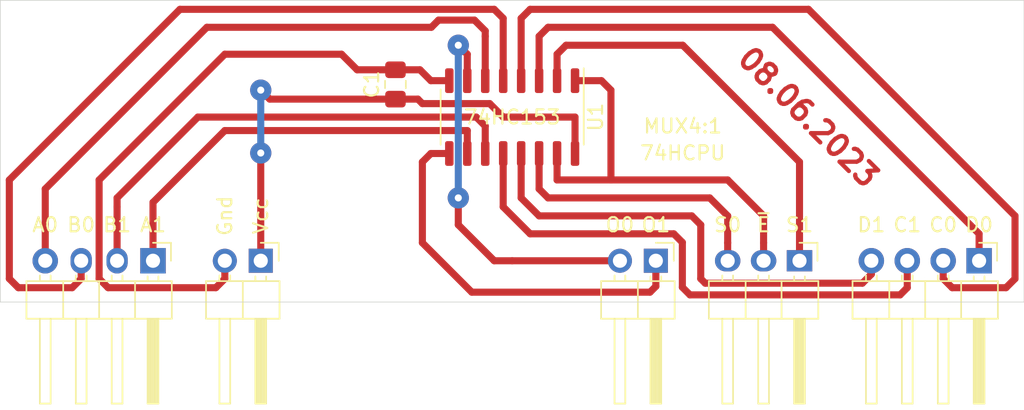
<source format=kicad_pcb>
(kicad_pcb (version 20171130) (host pcbnew "(5.1.8)-1")

  (general
    (thickness 1.6)
    (drawings 23)
    (tracks 122)
    (zones 0)
    (modules 7)
    (nets 16)
  )

  (page A4 portrait)
  (layers
    (0 F.Cu signal)
    (31 B.Cu signal)
    (32 B.Adhes user)
    (33 F.Adhes user)
    (34 B.Paste user)
    (35 F.Paste user)
    (36 B.SilkS user)
    (37 F.SilkS user)
    (38 B.Mask user)
    (39 F.Mask user)
    (40 Dwgs.User user)
    (41 Cmts.User user)
    (42 Eco1.User user)
    (43 Eco2.User user)
    (44 Edge.Cuts user)
    (45 Margin user)
    (46 B.CrtYd user)
    (47 F.CrtYd user)
    (48 B.Fab user)
    (49 F.Fab user)
  )

  (setup
    (last_trace_width 0.25)
    (user_trace_width 0.5)
    (user_trace_width 0.6)
    (user_trace_width 0.8)
    (trace_clearance 0.2)
    (zone_clearance 0.508)
    (zone_45_only no)
    (trace_min 0.2)
    (via_size 0.8)
    (via_drill 0.4)
    (via_min_size 0.4)
    (via_min_drill 0.3)
    (user_via 1.5 0.5)
    (uvia_size 0.3)
    (uvia_drill 0.1)
    (uvias_allowed no)
    (uvia_min_size 0.2)
    (uvia_min_drill 0.1)
    (edge_width 0.05)
    (segment_width 0.2)
    (pcb_text_width 0.3)
    (pcb_text_size 1.5 1.5)
    (mod_edge_width 0.12)
    (mod_text_size 1 1)
    (mod_text_width 0.15)
    (pad_size 1.8 1.8)
    (pad_drill 1)
    (pad_to_mask_clearance 0)
    (aux_axis_origin 0 0)
    (visible_elements 7FFFFFFF)
    (pcbplotparams
      (layerselection 0x010fc_ffffffff)
      (usegerberextensions false)
      (usegerberattributes true)
      (usegerberadvancedattributes true)
      (creategerberjobfile true)
      (excludeedgelayer true)
      (linewidth 0.100000)
      (plotframeref false)
      (viasonmask false)
      (mode 1)
      (useauxorigin false)
      (hpglpennumber 1)
      (hpglpenspeed 20)
      (hpglpendiameter 15.000000)
      (psnegative false)
      (psa4output false)
      (plotreference true)
      (plotvalue true)
      (plotinvisibletext false)
      (padsonsilk false)
      (subtractmaskfromsilk false)
      (outputformat 1)
      (mirror false)
      (drillshape 1)
      (scaleselection 1)
      (outputdirectory ""))
  )

  (net 0 "")
  (net 1 VCC)
  (net 2 GND)
  (net 3 /A1)
  (net 4 /B1)
  (net 5 /B0)
  (net 6 /A0)
  (net 7 /D1)
  (net 8 /C1)
  (net 9 /C0)
  (net 10 /D0)
  (net 11 /~E)
  (net 12 /S0)
  (net 13 /S1)
  (net 14 /O0)
  (net 15 /O1)

  (net_class Default "This is the default net class."
    (clearance 0.2)
    (trace_width 0.25)
    (via_dia 0.8)
    (via_drill 0.4)
    (uvia_dia 0.3)
    (uvia_drill 0.1)
    (add_net /A0)
    (add_net /A1)
    (add_net /B0)
    (add_net /B1)
    (add_net /C0)
    (add_net /C1)
    (add_net /D0)
    (add_net /D1)
    (add_net /O0)
    (add_net /O1)
    (add_net /S0)
    (add_net /S1)
    (add_net /~E)
    (add_net GND)
    (add_net VCC)
  )

  (module Connector_PinHeader_2.54mm:PinHeader_1x02_P2.54mm_Horizontal (layer F.Cu) (tedit 59FED5CB) (tstamp 648217EF)
    (at 114.3 63.5 270)
    (descr "Through hole angled pin header, 1x02, 2.54mm pitch, 6mm pin length, single row")
    (tags "Through hole angled pin header THT 1x02 2.54mm single row")
    (path /6482D8C1)
    (fp_text reference J5 (at 1.905 -2.54 90) (layer F.SilkS) hide
      (effects (font (size 1 1) (thickness 0.15)))
    )
    (fp_text value Conn_01x02_Male (at 1.905 2.54 180) (layer F.Fab)
      (effects (font (size 1 1) (thickness 0.15)))
    )
    (fp_line (start 2.135 -1.27) (end 4.04 -1.27) (layer F.Fab) (width 0.1))
    (fp_line (start 4.04 -1.27) (end 4.04 3.81) (layer F.Fab) (width 0.1))
    (fp_line (start 4.04 3.81) (end 1.5 3.81) (layer F.Fab) (width 0.1))
    (fp_line (start 1.5 3.81) (end 1.5 -0.635) (layer F.Fab) (width 0.1))
    (fp_line (start 1.5 -0.635) (end 2.135 -1.27) (layer F.Fab) (width 0.1))
    (fp_line (start -0.32 -0.32) (end 1.5 -0.32) (layer F.Fab) (width 0.1))
    (fp_line (start -0.32 -0.32) (end -0.32 0.32) (layer F.Fab) (width 0.1))
    (fp_line (start -0.32 0.32) (end 1.5 0.32) (layer F.Fab) (width 0.1))
    (fp_line (start 4.04 -0.32) (end 10.04 -0.32) (layer F.Fab) (width 0.1))
    (fp_line (start 10.04 -0.32) (end 10.04 0.32) (layer F.Fab) (width 0.1))
    (fp_line (start 4.04 0.32) (end 10.04 0.32) (layer F.Fab) (width 0.1))
    (fp_line (start -0.32 2.22) (end 1.5 2.22) (layer F.Fab) (width 0.1))
    (fp_line (start -0.32 2.22) (end -0.32 2.86) (layer F.Fab) (width 0.1))
    (fp_line (start -0.32 2.86) (end 1.5 2.86) (layer F.Fab) (width 0.1))
    (fp_line (start 4.04 2.22) (end 10.04 2.22) (layer F.Fab) (width 0.1))
    (fp_line (start 10.04 2.22) (end 10.04 2.86) (layer F.Fab) (width 0.1))
    (fp_line (start 4.04 2.86) (end 10.04 2.86) (layer F.Fab) (width 0.1))
    (fp_line (start 1.44 -1.33) (end 1.44 3.87) (layer F.SilkS) (width 0.12))
    (fp_line (start 1.44 3.87) (end 4.1 3.87) (layer F.SilkS) (width 0.12))
    (fp_line (start 4.1 3.87) (end 4.1 -1.33) (layer F.SilkS) (width 0.12))
    (fp_line (start 4.1 -1.33) (end 1.44 -1.33) (layer F.SilkS) (width 0.12))
    (fp_line (start 4.1 -0.38) (end 10.1 -0.38) (layer F.SilkS) (width 0.12))
    (fp_line (start 10.1 -0.38) (end 10.1 0.38) (layer F.SilkS) (width 0.12))
    (fp_line (start 10.1 0.38) (end 4.1 0.38) (layer F.SilkS) (width 0.12))
    (fp_line (start 4.1 -0.32) (end 10.1 -0.32) (layer F.SilkS) (width 0.12))
    (fp_line (start 4.1 -0.2) (end 10.1 -0.2) (layer F.SilkS) (width 0.12))
    (fp_line (start 4.1 -0.08) (end 10.1 -0.08) (layer F.SilkS) (width 0.12))
    (fp_line (start 4.1 0.04) (end 10.1 0.04) (layer F.SilkS) (width 0.12))
    (fp_line (start 4.1 0.16) (end 10.1 0.16) (layer F.SilkS) (width 0.12))
    (fp_line (start 4.1 0.28) (end 10.1 0.28) (layer F.SilkS) (width 0.12))
    (fp_line (start 1.11 -0.38) (end 1.44 -0.38) (layer F.SilkS) (width 0.12))
    (fp_line (start 1.11 0.38) (end 1.44 0.38) (layer F.SilkS) (width 0.12))
    (fp_line (start 1.44 1.27) (end 4.1 1.27) (layer F.SilkS) (width 0.12))
    (fp_line (start 4.1 2.16) (end 10.1 2.16) (layer F.SilkS) (width 0.12))
    (fp_line (start 10.1 2.16) (end 10.1 2.92) (layer F.SilkS) (width 0.12))
    (fp_line (start 10.1 2.92) (end 4.1 2.92) (layer F.SilkS) (width 0.12))
    (fp_line (start 1.042929 2.16) (end 1.44 2.16) (layer F.SilkS) (width 0.12))
    (fp_line (start 1.042929 2.92) (end 1.44 2.92) (layer F.SilkS) (width 0.12))
    (fp_line (start -1.27 0) (end -1.27 -1.27) (layer F.SilkS) (width 0.12))
    (fp_line (start -1.27 -1.27) (end 0 -1.27) (layer F.SilkS) (width 0.12))
    (fp_line (start -1.8 -1.8) (end -1.8 4.35) (layer F.CrtYd) (width 0.05))
    (fp_line (start -1.8 4.35) (end 10.55 4.35) (layer F.CrtYd) (width 0.05))
    (fp_line (start 10.55 4.35) (end 10.55 -1.8) (layer F.CrtYd) (width 0.05))
    (fp_line (start 10.55 -1.8) (end -1.8 -1.8) (layer F.CrtYd) (width 0.05))
    (fp_text user %R (at 2.77 1.27) (layer F.Fab)
      (effects (font (size 1 1) (thickness 0.15)))
    )
    (pad 2 thru_hole oval (at 0 2.54 270) (size 1.7 1.7) (drill 1) (layers *.Cu *.Mask)
      (net 14 /O0))
    (pad 1 thru_hole rect (at 0 0 270) (size 1.7 1.7) (drill 1) (layers *.Cu *.Mask)
      (net 15 /O1))
    (model ${KISYS3DMOD}/Connector_PinHeader_2.54mm.3dshapes/PinHeader_1x02_P2.54mm_Horizontal.wrl
      (at (xyz 0 0 0))
      (scale (xyz 1 1 1))
      (rotate (xyz 0 0 0))
    )
  )

  (module Capacitor_SMD:C_0805_2012Metric_Pad1.18x1.45mm_HandSolder (layer F.Cu) (tedit 5F68FEEF) (tstamp 6482049E)
    (at 95.885 51.0325 90)
    (descr "Capacitor SMD 0805 (2012 Metric), square (rectangular) end terminal, IPC_7351 nominal with elongated pad for handsoldering. (Body size source: IPC-SM-782 page 76, https://www.pcb-3d.com/wordpress/wp-content/uploads/ipc-sm-782a_amendment_1_and_2.pdf, https://docs.google.com/spreadsheets/d/1BsfQQcO9C6DZCsRaXUlFlo91Tg2WpOkGARC1WS5S8t0/edit?usp=sharing), generated with kicad-footprint-generator")
    (tags "capacitor handsolder")
    (path /64829BAA)
    (attr smd)
    (fp_text reference C1 (at 0 -1.68 90) (layer F.SilkS)
      (effects (font (size 1 1) (thickness 0.15)))
    )
    (fp_text value C (at 0 1.68 90) (layer F.Fab)
      (effects (font (size 1 1) (thickness 0.15)))
    )
    (fp_line (start -1 0.625) (end -1 -0.625) (layer F.Fab) (width 0.1))
    (fp_line (start -1 -0.625) (end 1 -0.625) (layer F.Fab) (width 0.1))
    (fp_line (start 1 -0.625) (end 1 0.625) (layer F.Fab) (width 0.1))
    (fp_line (start 1 0.625) (end -1 0.625) (layer F.Fab) (width 0.1))
    (fp_line (start -0.261252 -0.735) (end 0.261252 -0.735) (layer F.SilkS) (width 0.12))
    (fp_line (start -0.261252 0.735) (end 0.261252 0.735) (layer F.SilkS) (width 0.12))
    (fp_line (start -1.88 0.98) (end -1.88 -0.98) (layer F.CrtYd) (width 0.05))
    (fp_line (start -1.88 -0.98) (end 1.88 -0.98) (layer F.CrtYd) (width 0.05))
    (fp_line (start 1.88 -0.98) (end 1.88 0.98) (layer F.CrtYd) (width 0.05))
    (fp_line (start 1.88 0.98) (end -1.88 0.98) (layer F.CrtYd) (width 0.05))
    (fp_text user %R (at 0 0 90) (layer F.Fab)
      (effects (font (size 0.5 0.5) (thickness 0.08)))
    )
    (pad 1 smd roundrect (at -1.0375 0 90) (size 1.175 1.45) (layers F.Cu F.Paste F.Mask) (roundrect_rratio 0.212766)
      (net 1 VCC))
    (pad 2 smd roundrect (at 1.0375 0 90) (size 1.175 1.45) (layers F.Cu F.Paste F.Mask) (roundrect_rratio 0.212766)
      (net 2 GND))
    (model ${KISYS3DMOD}/Capacitor_SMD.3dshapes/C_0805_2012Metric.wrl
      (at (xyz 0 0 0))
      (scale (xyz 1 1 1))
      (rotate (xyz 0 0 0))
    )
  )

  (module Connector_PinHeader_2.54mm:PinHeader_1x04_P2.54mm_Horizontal (layer F.Cu) (tedit 6482088C) (tstamp 648204EB)
    (at 78.74 63.5 270)
    (descr "Through hole angled pin header, 1x04, 2.54mm pitch, 6mm pin length, single row")
    (tags "Through hole angled pin header THT 1x04 2.54mm single row")
    (path /6482061C)
    (fp_text reference J1 (at 0 -2.54 90) (layer F.SilkS) hide
      (effects (font (size 1 1) (thickness 0.15)))
    )
    (fp_text value Conn_01x04_Male (at 1.905 3.81 180) (layer F.Fab)
      (effects (font (size 1 1) (thickness 0.15)))
    )
    (fp_line (start 2.135 -1.27) (end 4.04 -1.27) (layer F.Fab) (width 0.1))
    (fp_line (start 4.04 -1.27) (end 4.04 8.89) (layer F.Fab) (width 0.1))
    (fp_line (start 4.04 8.89) (end 1.5 8.89) (layer F.Fab) (width 0.1))
    (fp_line (start 1.5 8.89) (end 1.5 -0.635) (layer F.Fab) (width 0.1))
    (fp_line (start 1.5 -0.635) (end 2.135 -1.27) (layer F.Fab) (width 0.1))
    (fp_line (start -0.32 -0.32) (end 1.5 -0.32) (layer F.Fab) (width 0.1))
    (fp_line (start -0.32 -0.32) (end -0.32 0.32) (layer F.Fab) (width 0.1))
    (fp_line (start -0.32 0.32) (end 1.5 0.32) (layer F.Fab) (width 0.1))
    (fp_line (start 4.04 -0.32) (end 10.04 -0.32) (layer F.Fab) (width 0.1))
    (fp_line (start 10.04 -0.32) (end 10.04 0.32) (layer F.Fab) (width 0.1))
    (fp_line (start 4.04 0.32) (end 10.04 0.32) (layer F.Fab) (width 0.1))
    (fp_line (start -0.32 2.22) (end 1.5 2.22) (layer F.Fab) (width 0.1))
    (fp_line (start -0.32 2.22) (end -0.32 2.86) (layer F.Fab) (width 0.1))
    (fp_line (start -0.32 2.86) (end 1.5 2.86) (layer F.Fab) (width 0.1))
    (fp_line (start 4.04 2.22) (end 10.04 2.22) (layer F.Fab) (width 0.1))
    (fp_line (start 10.04 2.22) (end 10.04 2.86) (layer F.Fab) (width 0.1))
    (fp_line (start 4.04 2.86) (end 10.04 2.86) (layer F.Fab) (width 0.1))
    (fp_line (start -0.32 4.76) (end 1.5 4.76) (layer F.Fab) (width 0.1))
    (fp_line (start -0.32 4.76) (end -0.32 5.4) (layer F.Fab) (width 0.1))
    (fp_line (start -0.32 5.4) (end 1.5 5.4) (layer F.Fab) (width 0.1))
    (fp_line (start 4.04 4.76) (end 10.04 4.76) (layer F.Fab) (width 0.1))
    (fp_line (start 10.04 4.76) (end 10.04 5.4) (layer F.Fab) (width 0.1))
    (fp_line (start 4.04 5.4) (end 10.04 5.4) (layer F.Fab) (width 0.1))
    (fp_line (start -0.32 7.3) (end 1.5 7.3) (layer F.Fab) (width 0.1))
    (fp_line (start -0.32 7.3) (end -0.32 7.94) (layer F.Fab) (width 0.1))
    (fp_line (start -0.32 7.94) (end 1.5 7.94) (layer F.Fab) (width 0.1))
    (fp_line (start 4.04 7.3) (end 10.04 7.3) (layer F.Fab) (width 0.1))
    (fp_line (start 10.04 7.3) (end 10.04 7.94) (layer F.Fab) (width 0.1))
    (fp_line (start 4.04 7.94) (end 10.04 7.94) (layer F.Fab) (width 0.1))
    (fp_line (start 1.44 -1.33) (end 1.44 8.95) (layer F.SilkS) (width 0.12))
    (fp_line (start 1.44 8.95) (end 4.1 8.95) (layer F.SilkS) (width 0.12))
    (fp_line (start 4.1 8.95) (end 4.1 -1.33) (layer F.SilkS) (width 0.12))
    (fp_line (start 4.1 -1.33) (end 1.44 -1.33) (layer F.SilkS) (width 0.12))
    (fp_line (start 4.1 -0.38) (end 10.1 -0.38) (layer F.SilkS) (width 0.12))
    (fp_line (start 10.1 -0.38) (end 10.1 0.38) (layer F.SilkS) (width 0.12))
    (fp_line (start 10.1 0.38) (end 4.1 0.38) (layer F.SilkS) (width 0.12))
    (fp_line (start 4.1 -0.32) (end 10.1 -0.32) (layer F.SilkS) (width 0.12))
    (fp_line (start 4.1 -0.2) (end 10.1 -0.2) (layer F.SilkS) (width 0.12))
    (fp_line (start 4.1 -0.08) (end 10.1 -0.08) (layer F.SilkS) (width 0.12))
    (fp_line (start 4.1 0.04) (end 10.1 0.04) (layer F.SilkS) (width 0.12))
    (fp_line (start 4.1 0.16) (end 10.1 0.16) (layer F.SilkS) (width 0.12))
    (fp_line (start 4.1 0.28) (end 10.1 0.28) (layer F.SilkS) (width 0.12))
    (fp_line (start 1.11 -0.38) (end 1.44 -0.38) (layer F.SilkS) (width 0.12))
    (fp_line (start 1.11 0.38) (end 1.44 0.38) (layer F.SilkS) (width 0.12))
    (fp_line (start 1.44 1.27) (end 4.1 1.27) (layer F.SilkS) (width 0.12))
    (fp_line (start 4.1 2.16) (end 10.1 2.16) (layer F.SilkS) (width 0.12))
    (fp_line (start 10.1 2.16) (end 10.1 2.92) (layer F.SilkS) (width 0.12))
    (fp_line (start 10.1 2.92) (end 4.1 2.92) (layer F.SilkS) (width 0.12))
    (fp_line (start 1.042929 2.16) (end 1.44 2.16) (layer F.SilkS) (width 0.12))
    (fp_line (start 1.042929 2.92) (end 1.44 2.92) (layer F.SilkS) (width 0.12))
    (fp_line (start 1.44 3.81) (end 4.1 3.81) (layer F.SilkS) (width 0.12))
    (fp_line (start 4.1 4.7) (end 10.1 4.7) (layer F.SilkS) (width 0.12))
    (fp_line (start 10.1 4.7) (end 10.1 5.46) (layer F.SilkS) (width 0.12))
    (fp_line (start 10.1 5.46) (end 4.1 5.46) (layer F.SilkS) (width 0.12))
    (fp_line (start 1.042929 4.7) (end 1.44 4.7) (layer F.SilkS) (width 0.12))
    (fp_line (start 1.042929 5.46) (end 1.44 5.46) (layer F.SilkS) (width 0.12))
    (fp_line (start 1.44 6.35) (end 4.1 6.35) (layer F.SilkS) (width 0.12))
    (fp_line (start 4.1 7.24) (end 10.1 7.24) (layer F.SilkS) (width 0.12))
    (fp_line (start 10.1 7.24) (end 10.1 8) (layer F.SilkS) (width 0.12))
    (fp_line (start 10.1 8) (end 4.1 8) (layer F.SilkS) (width 0.12))
    (fp_line (start 1.042929 7.24) (end 1.44 7.24) (layer F.SilkS) (width 0.12))
    (fp_line (start 1.042929 8) (end 1.44 8) (layer F.SilkS) (width 0.12))
    (fp_line (start -1.27 0) (end -1.27 -1.27) (layer F.SilkS) (width 0.12))
    (fp_line (start -1.27 -1.27) (end 0 -1.27) (layer F.SilkS) (width 0.12))
    (fp_line (start -1.8 -1.8) (end -1.8 9.4) (layer F.CrtYd) (width 0.05))
    (fp_line (start -1.8 9.4) (end 10.55 9.4) (layer F.CrtYd) (width 0.05))
    (fp_line (start 10.55 9.4) (end 10.55 -1.8) (layer F.CrtYd) (width 0.05))
    (fp_line (start 10.55 -1.8) (end -1.8 -1.8) (layer F.CrtYd) (width 0.05))
    (fp_text user %R (at 2.77 3.81) (layer F.Fab)
      (effects (font (size 1 1) (thickness 0.15)))
    )
    (pad 1 thru_hole rect (at 0 0 270) (size 1.8 1.8) (drill 1) (layers *.Cu *.Mask)
      (net 3 /A1))
    (pad 2 thru_hole oval (at 0 2.54 270) (size 1.8 1.5) (drill 1) (layers *.Cu *.Mask)
      (net 4 /B1))
    (pad 3 thru_hole oval (at 0 5.08 270) (size 1.8 1.5) (drill 1) (layers *.Cu *.Mask)
      (net 5 /B0))
    (pad 4 thru_hole oval (at 0 7.62 270) (size 1.8 1.8) (drill 1) (layers *.Cu *.Mask)
      (net 6 /A0))
    (model ${KISYS3DMOD}/Connector_PinHeader_2.54mm.3dshapes/PinHeader_1x04_P2.54mm_Horizontal.wrl
      (at (xyz 0 0 0))
      (scale (xyz 1 1 1))
      (rotate (xyz 0 0 0))
    )
  )

  (module Connector_PinHeader_2.54mm:PinHeader_1x04_P2.54mm_Horizontal (layer F.Cu) (tedit 64820C4C) (tstamp 64820538)
    (at 137.16 63.5 270)
    (descr "Through hole angled pin header, 1x04, 2.54mm pitch, 6mm pin length, single row")
    (tags "Through hole angled pin header THT 1x04 2.54mm single row")
    (path /6482170D)
    (fp_text reference J2 (at 0.635 -2.27 90) (layer F.SilkS) hide
      (effects (font (size 1 1) (thickness 0.15)))
    )
    (fp_text value Conn_01x04_Male (at 1.905 4.445 180) (layer F.Fab)
      (effects (font (size 1 1) (thickness 0.15)))
    )
    (fp_line (start 10.55 -1.8) (end -1.8 -1.8) (layer F.CrtYd) (width 0.05))
    (fp_line (start 10.55 9.4) (end 10.55 -1.8) (layer F.CrtYd) (width 0.05))
    (fp_line (start -1.8 9.4) (end 10.55 9.4) (layer F.CrtYd) (width 0.05))
    (fp_line (start -1.8 -1.8) (end -1.8 9.4) (layer F.CrtYd) (width 0.05))
    (fp_line (start -1.27 -1.27) (end 0 -1.27) (layer F.SilkS) (width 0.12))
    (fp_line (start -1.27 0) (end -1.27 -1.27) (layer F.SilkS) (width 0.12))
    (fp_line (start 1.042929 8) (end 1.44 8) (layer F.SilkS) (width 0.12))
    (fp_line (start 1.042929 7.24) (end 1.44 7.24) (layer F.SilkS) (width 0.12))
    (fp_line (start 10.1 8) (end 4.1 8) (layer F.SilkS) (width 0.12))
    (fp_line (start 10.1 7.24) (end 10.1 8) (layer F.SilkS) (width 0.12))
    (fp_line (start 4.1 7.24) (end 10.1 7.24) (layer F.SilkS) (width 0.12))
    (fp_line (start 1.44 6.35) (end 4.1 6.35) (layer F.SilkS) (width 0.12))
    (fp_line (start 1.042929 5.46) (end 1.44 5.46) (layer F.SilkS) (width 0.12))
    (fp_line (start 1.042929 4.7) (end 1.44 4.7) (layer F.SilkS) (width 0.12))
    (fp_line (start 10.1 5.46) (end 4.1 5.46) (layer F.SilkS) (width 0.12))
    (fp_line (start 10.1 4.7) (end 10.1 5.46) (layer F.SilkS) (width 0.12))
    (fp_line (start 4.1 4.7) (end 10.1 4.7) (layer F.SilkS) (width 0.12))
    (fp_line (start 1.44 3.81) (end 4.1 3.81) (layer F.SilkS) (width 0.12))
    (fp_line (start 1.042929 2.92) (end 1.44 2.92) (layer F.SilkS) (width 0.12))
    (fp_line (start 1.042929 2.16) (end 1.44 2.16) (layer F.SilkS) (width 0.12))
    (fp_line (start 10.1 2.92) (end 4.1 2.92) (layer F.SilkS) (width 0.12))
    (fp_line (start 10.1 2.16) (end 10.1 2.92) (layer F.SilkS) (width 0.12))
    (fp_line (start 4.1 2.16) (end 10.1 2.16) (layer F.SilkS) (width 0.12))
    (fp_line (start 1.44 1.27) (end 4.1 1.27) (layer F.SilkS) (width 0.12))
    (fp_line (start 1.11 0.38) (end 1.44 0.38) (layer F.SilkS) (width 0.12))
    (fp_line (start 1.11 -0.38) (end 1.44 -0.38) (layer F.SilkS) (width 0.12))
    (fp_line (start 4.1 0.28) (end 10.1 0.28) (layer F.SilkS) (width 0.12))
    (fp_line (start 4.1 0.16) (end 10.1 0.16) (layer F.SilkS) (width 0.12))
    (fp_line (start 4.1 0.04) (end 10.1 0.04) (layer F.SilkS) (width 0.12))
    (fp_line (start 4.1 -0.08) (end 10.1 -0.08) (layer F.SilkS) (width 0.12))
    (fp_line (start 4.1 -0.2) (end 10.1 -0.2) (layer F.SilkS) (width 0.12))
    (fp_line (start 4.1 -0.32) (end 10.1 -0.32) (layer F.SilkS) (width 0.12))
    (fp_line (start 10.1 0.38) (end 4.1 0.38) (layer F.SilkS) (width 0.12))
    (fp_line (start 10.1 -0.38) (end 10.1 0.38) (layer F.SilkS) (width 0.12))
    (fp_line (start 4.1 -0.38) (end 10.1 -0.38) (layer F.SilkS) (width 0.12))
    (fp_line (start 4.1 -1.33) (end 1.44 -1.33) (layer F.SilkS) (width 0.12))
    (fp_line (start 4.1 8.95) (end 4.1 -1.33) (layer F.SilkS) (width 0.12))
    (fp_line (start 1.44 8.95) (end 4.1 8.95) (layer F.SilkS) (width 0.12))
    (fp_line (start 1.44 -1.33) (end 1.44 8.95) (layer F.SilkS) (width 0.12))
    (fp_line (start 4.04 7.94) (end 10.04 7.94) (layer F.Fab) (width 0.1))
    (fp_line (start 10.04 7.3) (end 10.04 7.94) (layer F.Fab) (width 0.1))
    (fp_line (start 4.04 7.3) (end 10.04 7.3) (layer F.Fab) (width 0.1))
    (fp_line (start -0.32 7.94) (end 1.5 7.94) (layer F.Fab) (width 0.1))
    (fp_line (start -0.32 7.3) (end -0.32 7.94) (layer F.Fab) (width 0.1))
    (fp_line (start -0.32 7.3) (end 1.5 7.3) (layer F.Fab) (width 0.1))
    (fp_line (start 4.04 5.4) (end 10.04 5.4) (layer F.Fab) (width 0.1))
    (fp_line (start 10.04 4.76) (end 10.04 5.4) (layer F.Fab) (width 0.1))
    (fp_line (start 4.04 4.76) (end 10.04 4.76) (layer F.Fab) (width 0.1))
    (fp_line (start -0.32 5.4) (end 1.5 5.4) (layer F.Fab) (width 0.1))
    (fp_line (start -0.32 4.76) (end -0.32 5.4) (layer F.Fab) (width 0.1))
    (fp_line (start -0.32 4.76) (end 1.5 4.76) (layer F.Fab) (width 0.1))
    (fp_line (start 4.04 2.86) (end 10.04 2.86) (layer F.Fab) (width 0.1))
    (fp_line (start 10.04 2.22) (end 10.04 2.86) (layer F.Fab) (width 0.1))
    (fp_line (start 4.04 2.22) (end 10.04 2.22) (layer F.Fab) (width 0.1))
    (fp_line (start -0.32 2.86) (end 1.5 2.86) (layer F.Fab) (width 0.1))
    (fp_line (start -0.32 2.22) (end -0.32 2.86) (layer F.Fab) (width 0.1))
    (fp_line (start -0.32 2.22) (end 1.5 2.22) (layer F.Fab) (width 0.1))
    (fp_line (start 4.04 0.32) (end 10.04 0.32) (layer F.Fab) (width 0.1))
    (fp_line (start 10.04 -0.32) (end 10.04 0.32) (layer F.Fab) (width 0.1))
    (fp_line (start 4.04 -0.32) (end 10.04 -0.32) (layer F.Fab) (width 0.1))
    (fp_line (start -0.32 0.32) (end 1.5 0.32) (layer F.Fab) (width 0.1))
    (fp_line (start -0.32 -0.32) (end -0.32 0.32) (layer F.Fab) (width 0.1))
    (fp_line (start -0.32 -0.32) (end 1.5 -0.32) (layer F.Fab) (width 0.1))
    (fp_line (start 1.5 -0.635) (end 2.135 -1.27) (layer F.Fab) (width 0.1))
    (fp_line (start 1.5 8.89) (end 1.5 -0.635) (layer F.Fab) (width 0.1))
    (fp_line (start 4.04 8.89) (end 1.5 8.89) (layer F.Fab) (width 0.1))
    (fp_line (start 4.04 -1.27) (end 4.04 8.89) (layer F.Fab) (width 0.1))
    (fp_line (start 2.135 -1.27) (end 4.04 -1.27) (layer F.Fab) (width 0.1))
    (fp_text user %R (at 2.77 3.81) (layer F.Fab)
      (effects (font (size 1 1) (thickness 0.15)))
    )
    (pad 4 thru_hole oval (at 0 7.62 270) (size 1.8 1.8) (drill 1) (layers *.Cu *.Mask)
      (net 7 /D1))
    (pad 3 thru_hole oval (at 0 5.08 270) (size 1.8 1.8) (drill 1) (layers *.Cu *.Mask)
      (net 8 /C1))
    (pad 2 thru_hole oval (at 0 2.54 270) (size 1.8 1.8) (drill 1) (layers *.Cu *.Mask)
      (net 9 /C0))
    (pad 1 thru_hole rect (at 0 0 270) (size 1.8 1.8) (drill 1) (layers *.Cu *.Mask)
      (net 10 /D0))
    (model ${KISYS3DMOD}/Connector_PinHeader_2.54mm.3dshapes/PinHeader_1x04_P2.54mm_Horizontal.wrl
      (at (xyz 0 0 0))
      (scale (xyz 1 1 1))
      (rotate (xyz 0 0 0))
    )
  )

  (module Connector_PinHeader_2.54mm:PinHeader_1x03_P2.54mm_Horizontal (layer F.Cu) (tedit 64820AD8) (tstamp 64820578)
    (at 124.46 63.5 270)
    (descr "Through hole angled pin header, 1x03, 2.54mm pitch, 6mm pin length, single row")
    (tags "Through hole angled pin header THT 1x03 2.54mm single row")
    (path /64822571)
    (fp_text reference J3 (at 0.635 -2.27 90) (layer F.SilkS) hide
      (effects (font (size 1 1) (thickness 0.15)))
    )
    (fp_text value Conn_01x03_Male (at 1.905 7.62 180) (layer F.Fab)
      (effects (font (size 1 1) (thickness 0.15)))
    )
    (fp_line (start 2.135 -1.27) (end 4.04 -1.27) (layer F.Fab) (width 0.1))
    (fp_line (start 4.04 -1.27) (end 4.04 6.35) (layer F.Fab) (width 0.1))
    (fp_line (start 4.04 6.35) (end 1.5 6.35) (layer F.Fab) (width 0.1))
    (fp_line (start 1.5 6.35) (end 1.5 -0.635) (layer F.Fab) (width 0.1))
    (fp_line (start 1.5 -0.635) (end 2.135 -1.27) (layer F.Fab) (width 0.1))
    (fp_line (start -0.32 -0.32) (end 1.5 -0.32) (layer F.Fab) (width 0.1))
    (fp_line (start -0.32 -0.32) (end -0.32 0.32) (layer F.Fab) (width 0.1))
    (fp_line (start -0.32 0.32) (end 1.5 0.32) (layer F.Fab) (width 0.1))
    (fp_line (start 4.04 -0.32) (end 10.04 -0.32) (layer F.Fab) (width 0.1))
    (fp_line (start 10.04 -0.32) (end 10.04 0.32) (layer F.Fab) (width 0.1))
    (fp_line (start 4.04 0.32) (end 10.04 0.32) (layer F.Fab) (width 0.1))
    (fp_line (start -0.32 2.22) (end 1.5 2.22) (layer F.Fab) (width 0.1))
    (fp_line (start -0.32 2.22) (end -0.32 2.86) (layer F.Fab) (width 0.1))
    (fp_line (start -0.32 2.86) (end 1.5 2.86) (layer F.Fab) (width 0.1))
    (fp_line (start 4.04 2.22) (end 10.04 2.22) (layer F.Fab) (width 0.1))
    (fp_line (start 10.04 2.22) (end 10.04 2.86) (layer F.Fab) (width 0.1))
    (fp_line (start 4.04 2.86) (end 10.04 2.86) (layer F.Fab) (width 0.1))
    (fp_line (start -0.32 4.76) (end 1.5 4.76) (layer F.Fab) (width 0.1))
    (fp_line (start -0.32 4.76) (end -0.32 5.4) (layer F.Fab) (width 0.1))
    (fp_line (start -0.32 5.4) (end 1.5 5.4) (layer F.Fab) (width 0.1))
    (fp_line (start 4.04 4.76) (end 10.04 4.76) (layer F.Fab) (width 0.1))
    (fp_line (start 10.04 4.76) (end 10.04 5.4) (layer F.Fab) (width 0.1))
    (fp_line (start 4.04 5.4) (end 10.04 5.4) (layer F.Fab) (width 0.1))
    (fp_line (start 1.44 -1.33) (end 1.44 6.41) (layer F.SilkS) (width 0.12))
    (fp_line (start 1.44 6.41) (end 4.1 6.41) (layer F.SilkS) (width 0.12))
    (fp_line (start 4.1 6.41) (end 4.1 -1.33) (layer F.SilkS) (width 0.12))
    (fp_line (start 4.1 -1.33) (end 1.44 -1.33) (layer F.SilkS) (width 0.12))
    (fp_line (start 4.1 -0.38) (end 10.1 -0.38) (layer F.SilkS) (width 0.12))
    (fp_line (start 10.1 -0.38) (end 10.1 0.38) (layer F.SilkS) (width 0.12))
    (fp_line (start 10.1 0.38) (end 4.1 0.38) (layer F.SilkS) (width 0.12))
    (fp_line (start 4.1 -0.32) (end 10.1 -0.32) (layer F.SilkS) (width 0.12))
    (fp_line (start 4.1 -0.2) (end 10.1 -0.2) (layer F.SilkS) (width 0.12))
    (fp_line (start 4.1 -0.08) (end 10.1 -0.08) (layer F.SilkS) (width 0.12))
    (fp_line (start 4.1 0.04) (end 10.1 0.04) (layer F.SilkS) (width 0.12))
    (fp_line (start 4.1 0.16) (end 10.1 0.16) (layer F.SilkS) (width 0.12))
    (fp_line (start 4.1 0.28) (end 10.1 0.28) (layer F.SilkS) (width 0.12))
    (fp_line (start 1.11 -0.38) (end 1.44 -0.38) (layer F.SilkS) (width 0.12))
    (fp_line (start 1.11 0.38) (end 1.44 0.38) (layer F.SilkS) (width 0.12))
    (fp_line (start 1.44 1.27) (end 4.1 1.27) (layer F.SilkS) (width 0.12))
    (fp_line (start 4.1 2.16) (end 10.1 2.16) (layer F.SilkS) (width 0.12))
    (fp_line (start 10.1 2.16) (end 10.1 2.92) (layer F.SilkS) (width 0.12))
    (fp_line (start 10.1 2.92) (end 4.1 2.92) (layer F.SilkS) (width 0.12))
    (fp_line (start 1.042929 2.16) (end 1.44 2.16) (layer F.SilkS) (width 0.12))
    (fp_line (start 1.042929 2.92) (end 1.44 2.92) (layer F.SilkS) (width 0.12))
    (fp_line (start 1.44 3.81) (end 4.1 3.81) (layer F.SilkS) (width 0.12))
    (fp_line (start 4.1 4.7) (end 10.1 4.7) (layer F.SilkS) (width 0.12))
    (fp_line (start 10.1 4.7) (end 10.1 5.46) (layer F.SilkS) (width 0.12))
    (fp_line (start 10.1 5.46) (end 4.1 5.46) (layer F.SilkS) (width 0.12))
    (fp_line (start 1.042929 4.7) (end 1.44 4.7) (layer F.SilkS) (width 0.12))
    (fp_line (start 1.042929 5.46) (end 1.44 5.46) (layer F.SilkS) (width 0.12))
    (fp_line (start -1.27 0) (end -1.27 -1.27) (layer F.SilkS) (width 0.12))
    (fp_line (start -1.27 -1.27) (end 0 -1.27) (layer F.SilkS) (width 0.12))
    (fp_line (start -1.8 -1.8) (end -1.8 6.85) (layer F.CrtYd) (width 0.05))
    (fp_line (start -1.8 6.85) (end 10.55 6.85) (layer F.CrtYd) (width 0.05))
    (fp_line (start 10.55 6.85) (end 10.55 -1.8) (layer F.CrtYd) (width 0.05))
    (fp_line (start 10.55 -1.8) (end -1.8 -1.8) (layer F.CrtYd) (width 0.05))
    (fp_text user %R (at 2.77 2.54) (layer F.Fab)
      (effects (font (size 1 1) (thickness 0.15)))
    )
    (pad 1 thru_hole rect (at 0 0 270) (size 1.5 1.8) (drill 1) (layers *.Cu *.Mask)
      (net 13 /S1))
    (pad 2 thru_hole oval (at 0 2.54 270) (size 1.5 1.8) (drill 1) (layers *.Cu *.Mask)
      (net 11 /~E))
    (pad 3 thru_hole oval (at 0 5.08 270) (size 1.5 1.8) (drill 1) (layers *.Cu *.Mask)
      (net 12 /S0))
    (model ${KISYS3DMOD}/Connector_PinHeader_2.54mm.3dshapes/PinHeader_1x03_P2.54mm_Horizontal.wrl
      (at (xyz 0 0 0))
      (scale (xyz 1 1 1))
      (rotate (xyz 0 0 0))
    )
  )

  (module Connector_PinHeader_2.54mm:PinHeader_1x02_P2.54mm_Horizontal (layer F.Cu) (tedit 59FED5CB) (tstamp 648205AB)
    (at 86.36 63.5 270)
    (descr "Through hole angled pin header, 1x02, 2.54mm pitch, 6mm pin length, single row")
    (tags "Through hole angled pin header THT 1x02 2.54mm single row")
    (path /64822EFE)
    (fp_text reference J4 (at 0 -2.54 90) (layer F.SilkS) hide
      (effects (font (size 1 1) (thickness 0.15)))
    )
    (fp_text value Conn_01x02_Male (at 2.135 -1.27 180) (layer F.Fab)
      (effects (font (size 1 1) (thickness 0.15)))
    )
    (fp_line (start 2.135 -1.27) (end 4.04 -1.27) (layer F.Fab) (width 0.1))
    (fp_line (start 4.04 -1.27) (end 4.04 3.81) (layer F.Fab) (width 0.1))
    (fp_line (start 4.04 3.81) (end 1.5 3.81) (layer F.Fab) (width 0.1))
    (fp_line (start 1.5 3.81) (end 1.5 -0.635) (layer F.Fab) (width 0.1))
    (fp_line (start 1.5 -0.635) (end 2.135 -1.27) (layer F.Fab) (width 0.1))
    (fp_line (start -0.32 -0.32) (end 1.5 -0.32) (layer F.Fab) (width 0.1))
    (fp_line (start -0.32 -0.32) (end -0.32 0.32) (layer F.Fab) (width 0.1))
    (fp_line (start -0.32 0.32) (end 1.5 0.32) (layer F.Fab) (width 0.1))
    (fp_line (start 4.04 -0.32) (end 10.04 -0.32) (layer F.Fab) (width 0.1))
    (fp_line (start 10.04 -0.32) (end 10.04 0.32) (layer F.Fab) (width 0.1))
    (fp_line (start 4.04 0.32) (end 10.04 0.32) (layer F.Fab) (width 0.1))
    (fp_line (start -0.32 2.22) (end 1.5 2.22) (layer F.Fab) (width 0.1))
    (fp_line (start -0.32 2.22) (end -0.32 2.86) (layer F.Fab) (width 0.1))
    (fp_line (start -0.32 2.86) (end 1.5 2.86) (layer F.Fab) (width 0.1))
    (fp_line (start 4.04 2.22) (end 10.04 2.22) (layer F.Fab) (width 0.1))
    (fp_line (start 10.04 2.22) (end 10.04 2.86) (layer F.Fab) (width 0.1))
    (fp_line (start 4.04 2.86) (end 10.04 2.86) (layer F.Fab) (width 0.1))
    (fp_line (start 1.44 -1.33) (end 1.44 3.87) (layer F.SilkS) (width 0.12))
    (fp_line (start 1.44 3.87) (end 4.1 3.87) (layer F.SilkS) (width 0.12))
    (fp_line (start 4.1 3.87) (end 4.1 -1.33) (layer F.SilkS) (width 0.12))
    (fp_line (start 4.1 -1.33) (end 1.44 -1.33) (layer F.SilkS) (width 0.12))
    (fp_line (start 4.1 -0.38) (end 10.1 -0.38) (layer F.SilkS) (width 0.12))
    (fp_line (start 10.1 -0.38) (end 10.1 0.38) (layer F.SilkS) (width 0.12))
    (fp_line (start 10.1 0.38) (end 4.1 0.38) (layer F.SilkS) (width 0.12))
    (fp_line (start 4.1 -0.32) (end 10.1 -0.32) (layer F.SilkS) (width 0.12))
    (fp_line (start 4.1 -0.2) (end 10.1 -0.2) (layer F.SilkS) (width 0.12))
    (fp_line (start 4.1 -0.08) (end 10.1 -0.08) (layer F.SilkS) (width 0.12))
    (fp_line (start 4.1 0.04) (end 10.1 0.04) (layer F.SilkS) (width 0.12))
    (fp_line (start 4.1 0.16) (end 10.1 0.16) (layer F.SilkS) (width 0.12))
    (fp_line (start 4.1 0.28) (end 10.1 0.28) (layer F.SilkS) (width 0.12))
    (fp_line (start 1.11 -0.38) (end 1.44 -0.38) (layer F.SilkS) (width 0.12))
    (fp_line (start 1.11 0.38) (end 1.44 0.38) (layer F.SilkS) (width 0.12))
    (fp_line (start 1.44 1.27) (end 4.1 1.27) (layer F.SilkS) (width 0.12))
    (fp_line (start 4.1 2.16) (end 10.1 2.16) (layer F.SilkS) (width 0.12))
    (fp_line (start 10.1 2.16) (end 10.1 2.92) (layer F.SilkS) (width 0.12))
    (fp_line (start 10.1 2.92) (end 4.1 2.92) (layer F.SilkS) (width 0.12))
    (fp_line (start 1.042929 2.16) (end 1.44 2.16) (layer F.SilkS) (width 0.12))
    (fp_line (start 1.042929 2.92) (end 1.44 2.92) (layer F.SilkS) (width 0.12))
    (fp_line (start -1.27 0) (end -1.27 -1.27) (layer F.SilkS) (width 0.12))
    (fp_line (start -1.27 -1.27) (end 0 -1.27) (layer F.SilkS) (width 0.12))
    (fp_line (start -1.8 -1.8) (end -1.8 4.35) (layer F.CrtYd) (width 0.05))
    (fp_line (start -1.8 4.35) (end 10.55 4.35) (layer F.CrtYd) (width 0.05))
    (fp_line (start 10.55 4.35) (end 10.55 -1.8) (layer F.CrtYd) (width 0.05))
    (fp_line (start 10.55 -1.8) (end -1.8 -1.8) (layer F.CrtYd) (width 0.05))
    (fp_text user %R (at 2.77 1.27) (layer F.Fab)
      (effects (font (size 1 1) (thickness 0.15)))
    )
    (pad 1 thru_hole rect (at 0 0 270) (size 1.7 1.7) (drill 1) (layers *.Cu *.Mask)
      (net 1 VCC))
    (pad 2 thru_hole oval (at 0 2.54 270) (size 1.7 1.7) (drill 1) (layers *.Cu *.Mask)
      (net 2 GND))
    (model ${KISYS3DMOD}/Connector_PinHeader_2.54mm.3dshapes/PinHeader_1x02_P2.54mm_Horizontal.wrl
      (at (xyz 0 0 0))
      (scale (xyz 1 1 1))
      (rotate (xyz 0 0 0))
    )
  )

  (module Package_SO:SO-16_3.9x9.9mm_P1.27mm (layer F.Cu) (tedit 5E888720) (tstamp 648205CD)
    (at 104.14 53.34 270)
    (descr "SO, 16 Pin (https://www.nxp.com/docs/en/package-information/SOT109-1.pdf), generated with kicad-footprint-generator ipc_gullwing_generator.py")
    (tags "SO SO")
    (path /6481F9B7)
    (attr smd)
    (fp_text reference U1 (at 0 -5.9 90) (layer F.SilkS)
      (effects (font (size 1 1) (thickness 0.15)))
    )
    (fp_text value 74LS153 (at 0 5.9 90) (layer F.Fab)
      (effects (font (size 1 1) (thickness 0.15)))
    )
    (fp_line (start 0 5.06) (end 1.95 5.06) (layer F.SilkS) (width 0.12))
    (fp_line (start 0 5.06) (end -1.95 5.06) (layer F.SilkS) (width 0.12))
    (fp_line (start 0 -5.06) (end 1.95 -5.06) (layer F.SilkS) (width 0.12))
    (fp_line (start 0 -5.06) (end -3.45 -5.06) (layer F.SilkS) (width 0.12))
    (fp_line (start -0.975 -4.95) (end 1.95 -4.95) (layer F.Fab) (width 0.1))
    (fp_line (start 1.95 -4.95) (end 1.95 4.95) (layer F.Fab) (width 0.1))
    (fp_line (start 1.95 4.95) (end -1.95 4.95) (layer F.Fab) (width 0.1))
    (fp_line (start -1.95 4.95) (end -1.95 -3.975) (layer F.Fab) (width 0.1))
    (fp_line (start -1.95 -3.975) (end -0.975 -4.95) (layer F.Fab) (width 0.1))
    (fp_line (start -3.7 -5.2) (end -3.7 5.2) (layer F.CrtYd) (width 0.05))
    (fp_line (start -3.7 5.2) (end 3.7 5.2) (layer F.CrtYd) (width 0.05))
    (fp_line (start 3.7 5.2) (end 3.7 -5.2) (layer F.CrtYd) (width 0.05))
    (fp_line (start 3.7 -5.2) (end -3.7 -5.2) (layer F.CrtYd) (width 0.05))
    (fp_text user %R (at 0 0 90) (layer F.Fab)
      (effects (font (size 0.98 0.98) (thickness 0.15)))
    )
    (pad 1 smd roundrect (at -2.575 -4.445 270) (size 1.75 0.6) (layers F.Cu F.Paste F.Mask) (roundrect_rratio 0.25)
      (net 11 /~E))
    (pad 2 smd roundrect (at -2.575 -3.175 270) (size 1.75 0.6) (layers F.Cu F.Paste F.Mask) (roundrect_rratio 0.25)
      (net 13 /S1))
    (pad 3 smd roundrect (at -2.575 -1.905 270) (size 1.75 0.6) (layers F.Cu F.Paste F.Mask) (roundrect_rratio 0.25)
      (net 10 /D0))
    (pad 4 smd roundrect (at -2.575 -0.635 270) (size 1.75 0.6) (layers F.Cu F.Paste F.Mask) (roundrect_rratio 0.25)
      (net 9 /C0))
    (pad 5 smd roundrect (at -2.575 0.635 270) (size 1.75 0.6) (layers F.Cu F.Paste F.Mask) (roundrect_rratio 0.25)
      (net 5 /B0))
    (pad 6 smd roundrect (at -2.575 1.905 270) (size 1.75 0.6) (layers F.Cu F.Paste F.Mask) (roundrect_rratio 0.25)
      (net 6 /A0))
    (pad 7 smd roundrect (at -2.575 3.175 270) (size 1.75 0.6) (layers F.Cu F.Paste F.Mask) (roundrect_rratio 0.25)
      (net 14 /O0))
    (pad 8 smd roundrect (at -2.575 4.445 270) (size 1.75 0.6) (layers F.Cu F.Paste F.Mask) (roundrect_rratio 0.25)
      (net 2 GND))
    (pad 9 smd roundrect (at 2.575 4.445 270) (size 1.75 0.6) (layers F.Cu F.Paste F.Mask) (roundrect_rratio 0.25)
      (net 15 /O1))
    (pad 10 smd roundrect (at 2.575 3.175 270) (size 1.75 0.6) (layers F.Cu F.Paste F.Mask) (roundrect_rratio 0.25)
      (net 3 /A1))
    (pad 11 smd roundrect (at 2.575 1.905 270) (size 1.75 0.6) (layers F.Cu F.Paste F.Mask) (roundrect_rratio 0.25)
      (net 4 /B1))
    (pad 12 smd roundrect (at 2.575 0.635 270) (size 1.75 0.6) (layers F.Cu F.Paste F.Mask) (roundrect_rratio 0.25)
      (net 8 /C1))
    (pad 13 smd roundrect (at 2.575 -0.635 270) (size 1.75 0.6) (layers F.Cu F.Paste F.Mask) (roundrect_rratio 0.25)
      (net 7 /D1))
    (pad 14 smd roundrect (at 2.575 -1.905 270) (size 1.75 0.6) (layers F.Cu F.Paste F.Mask) (roundrect_rratio 0.25)
      (net 12 /S0))
    (pad 15 smd roundrect (at 2.575 -3.175 270) (size 1.75 0.6) (layers F.Cu F.Paste F.Mask) (roundrect_rratio 0.25)
      (net 11 /~E))
    (pad 16 smd roundrect (at 2.575 -4.445 270) (size 1.75 0.6) (layers F.Cu F.Paste F.Mask) (roundrect_rratio 0.25)
      (net 1 VCC))
    (model ${KISYS3DMOD}/Package_SO.3dshapes/SO-16_3.9x9.9mm_P1.27mm.wrl
      (at (xyz 0 0 0))
      (scale (xyz 1 1 1))
      (rotate (xyz 0 0 0))
    )
  )

  (gr_text 08.06.2023 (at 125.095 53.34 -45) (layer F.Cu)
    (effects (font (size 1.5 1.5) (thickness 0.3)))
  )
  (gr_text 74HCPU (at 116.205 55.88) (layer F.SilkS)
    (effects (font (size 1 1) (thickness 0.15)))
  )
  (gr_text MUX4:1 (at 116.205 53.975) (layer F.SilkS)
    (effects (font (size 1 1) (thickness 0.15)))
  )
  (gr_text 74HC153 (at 104.14 53.34) (layer F.SilkS)
    (effects (font (size 1 1) (thickness 0.15)))
  )
  (gr_text D0 (at 137.16 60.96) (layer F.SilkS)
    (effects (font (size 1 1) (thickness 0.15)))
  )
  (gr_text C0 (at 134.62 60.96) (layer F.SilkS)
    (effects (font (size 1 1) (thickness 0.15)))
  )
  (gr_text C1 (at 132.08 60.96) (layer F.SilkS)
    (effects (font (size 1 1) (thickness 0.15)))
  )
  (gr_text D1 (at 129.54 60.96) (layer F.SilkS)
    (effects (font (size 1 1) (thickness 0.15)))
  )
  (gr_text S1 (at 124.46 60.96) (layer F.SilkS)
    (effects (font (size 1 1) (thickness 0.15)))
  )
  (gr_text ~E (at 121.92 60.96) (layer F.SilkS)
    (effects (font (size 1 1) (thickness 0.15)))
  )
  (gr_text S0 (at 119.38 60.96) (layer F.SilkS)
    (effects (font (size 1 1) (thickness 0.15)))
  )
  (gr_text A0 (at 71.12 60.96) (layer F.SilkS)
    (effects (font (size 1 1) (thickness 0.15)))
  )
  (gr_text B0 (at 73.66 60.96) (layer F.SilkS)
    (effects (font (size 1 1) (thickness 0.15)))
  )
  (gr_text B1 (at 76.2 60.96) (layer F.SilkS)
    (effects (font (size 1 1) (thickness 0.15)))
  )
  (gr_text A1 (at 78.74 60.96) (layer F.SilkS)
    (effects (font (size 1 1) (thickness 0.15)))
  )
  (gr_text Gnd (at 83.82 60.325 90) (layer F.SilkS)
    (effects (font (size 1 1) (thickness 0.15)))
  )
  (gr_text Vcc (at 86.36 60.325 90) (layer F.SilkS)
    (effects (font (size 1 1) (thickness 0.15)))
  )
  (gr_text O1 (at 114.3 60.96) (layer F.SilkS)
    (effects (font (size 1 1) (thickness 0.15)))
  )
  (gr_text O0 (at 111.76 60.96) (layer F.SilkS)
    (effects (font (size 1 1) (thickness 0.15)))
  )
  (gr_line (start 67.945 45.085) (end 140.335 45.085) (layer Edge.Cuts) (width 0.05) (tstamp 64822BAC))
  (gr_line (start 67.945 66.421) (end 67.945 45.085) (layer Edge.Cuts) (width 0.05))
  (gr_line (start 140.335 66.421) (end 67.945 66.421) (layer Edge.Cuts) (width 0.05))
  (gr_line (start 140.335 45.085) (end 140.335 66.421) (layer Edge.Cuts) (width 0.05))

  (segment (start 108.585 53.34) (end 108.585 55.915) (width 0.5) (layer F.Cu) (net 1))
  (segment (start 103.505 53.34) (end 108.585 53.34) (width 0.5) (layer F.Cu) (net 1))
  (segment (start 102.5525 52.3875) (end 103.505 53.34) (width 0.5) (layer F.Cu) (net 1))
  (segment (start 97.79 52.3875) (end 102.5525 52.3875) (width 0.5) (layer F.Cu) (net 1))
  (segment (start 97.4725 52.07) (end 97.79 52.3875) (width 0.5) (layer F.Cu) (net 1))
  (segment (start 95.885 52.07) (end 97.4725 52.07) (width 0.5) (layer F.Cu) (net 1))
  (segment (start 95.885 52.07) (end 86.995 52.07) (width 0.5) (layer F.Cu) (net 1))
  (segment (start 86.995 52.07) (end 86.36 51.435) (width 0.5) (layer F.Cu) (net 1))
  (segment (start 86.36 63.5) (end 86.36 55.88) (width 0.5) (layer F.Cu) (net 1))
  (segment (start 86.36 51.435) (end 86.36 51.435) (width 0.5) (layer F.Cu) (net 1) (tstamp 648229C2))
  (via (at 86.36 51.435) (size 1.5) (drill 0.5) (layers F.Cu B.Cu) (net 1))
  (segment (start 86.36 55.88) (end 86.36 55.88) (width 0.5) (layer F.Cu) (net 1) (tstamp 648229C4))
  (via (at 86.36 55.88) (size 1.5) (drill 0.5) (layers F.Cu B.Cu) (net 1))
  (segment (start 86.36 51.435) (end 86.36 55.88) (width 0.5) (layer B.Cu) (net 1))
  (segment (start 95.885 49.995) (end 97.62 49.995) (width 0.5) (layer F.Cu) (net 2))
  (segment (start 98.39 50.765) (end 99.695 50.765) (width 0.5) (layer F.Cu) (net 2))
  (segment (start 97.62 49.995) (end 98.39 50.765) (width 0.5) (layer F.Cu) (net 2))
  (segment (start 83.82 64.77) (end 83.82 63.5) (width 0.5) (layer F.Cu) (net 2))
  (segment (start 83.185 65.405) (end 83.82 64.77) (width 0.5) (layer F.Cu) (net 2))
  (segment (start 75.565 65.405) (end 83.185 65.405) (width 0.5) (layer F.Cu) (net 2))
  (segment (start 74.93 57.785) (end 74.93 64.77) (width 0.5) (layer F.Cu) (net 2))
  (segment (start 83.82 48.895) (end 74.93 57.785) (width 0.5) (layer F.Cu) (net 2))
  (segment (start 74.93 64.77) (end 75.565 65.405) (width 0.5) (layer F.Cu) (net 2))
  (segment (start 92.075 48.895) (end 83.82 48.895) (width 0.5) (layer F.Cu) (net 2))
  (segment (start 93.175 49.995) (end 92.075 48.895) (width 0.5) (layer F.Cu) (net 2))
  (segment (start 95.885 49.995) (end 93.175 49.995) (width 0.5) (layer F.Cu) (net 2))
  (segment (start 78.74 59.3725) (end 78.74 63.5) (width 0.5) (layer F.Cu) (net 3))
  (segment (start 83.82 54.2925) (end 78.74 59.3725) (width 0.5) (layer F.Cu) (net 3))
  (segment (start 100.965 54.2925) (end 83.82 54.2925) (width 0.5) (layer F.Cu) (net 3))
  (segment (start 100.965 55.915) (end 100.965 54.2925) (width 0.5) (layer F.Cu) (net 3))
  (segment (start 76.2 59.69) (end 76.2 63.5) (width 0.5) (layer F.Cu) (net 4))
  (segment (start 76.2 59.055) (end 76.2 59.69) (width 0.5) (layer F.Cu) (net 4))
  (segment (start 81.915 53.34) (end 76.2 59.055) (width 0.5) (layer F.Cu) (net 4))
  (segment (start 101.6 53.34) (end 81.915 53.34) (width 0.5) (layer F.Cu) (net 4))
  (segment (start 102.235 53.975) (end 101.6 53.34) (width 0.5) (layer F.Cu) (net 4))
  (segment (start 102.235 55.915) (end 102.235 53.975) (width 0.5) (layer F.Cu) (net 4))
  (segment (start 103.505 46.355) (end 103.505 50.765) (width 0.5) (layer F.Cu) (net 5))
  (segment (start 102.87 45.72) (end 103.505 46.355) (width 0.5) (layer F.Cu) (net 5))
  (segment (start 80.645 45.72) (end 102.87 45.72) (width 0.5) (layer F.Cu) (net 5))
  (segment (start 68.58 57.785) (end 80.645 45.72) (width 0.5) (layer F.Cu) (net 5))
  (segment (start 68.58 64.77) (end 68.58 57.785) (width 0.5) (layer F.Cu) (net 5))
  (segment (start 69.215 65.405) (end 68.58 64.77) (width 0.5) (layer F.Cu) (net 5))
  (segment (start 73.025 65.405) (end 69.215 65.405) (width 0.5) (layer F.Cu) (net 5))
  (segment (start 73.66 64.77) (end 73.025 65.405) (width 0.5) (layer F.Cu) (net 5))
  (segment (start 73.66 63.5) (end 73.66 64.77) (width 0.5) (layer F.Cu) (net 5))
  (segment (start 98.933 46.482) (end 101.473 46.482) (width 0.5) (layer F.Cu) (net 6))
  (segment (start 102.235 47.244) (end 102.235 47.625) (width 0.5) (layer F.Cu) (net 6))
  (segment (start 98.425 46.99) (end 98.933 46.482) (width 0.5) (layer F.Cu) (net 6))
  (segment (start 82.55 46.99) (end 98.425 46.99) (width 0.5) (layer F.Cu) (net 6))
  (segment (start 102.235 47.625) (end 102.235 50.765) (width 0.5) (layer F.Cu) (net 6))
  (segment (start 71.12 58.42) (end 82.55 46.99) (width 0.5) (layer F.Cu) (net 6))
  (segment (start 101.473 46.482) (end 102.235 47.244) (width 0.5) (layer F.Cu) (net 6))
  (segment (start 71.12 63.5) (end 71.12 58.42) (width 0.5) (layer F.Cu) (net 6))
  (segment (start 129.54 64.4525) (end 129.54 63.5) (width 0.5) (layer F.Cu) (net 7))
  (segment (start 128.905 65.0875) (end 129.54 64.4525) (width 0.5) (layer F.Cu) (net 7))
  (segment (start 117.7925 65.0875) (end 128.905 65.0875) (width 0.5) (layer F.Cu) (net 7))
  (segment (start 117.475 64.77) (end 117.7925 65.0875) (width 0.5) (layer F.Cu) (net 7))
  (segment (start 117.475 60.96) (end 117.475 64.77) (width 0.5) (layer F.Cu) (net 7))
  (segment (start 116.84 60.325) (end 117.475 60.96) (width 0.5) (layer F.Cu) (net 7))
  (segment (start 106.045 60.325) (end 116.84 60.325) (width 0.5) (layer F.Cu) (net 7))
  (segment (start 104.775 59.055) (end 106.045 60.325) (width 0.5) (layer F.Cu) (net 7))
  (segment (start 104.775 55.915) (end 104.775 59.055) (width 0.5) (layer F.Cu) (net 7))
  (segment (start 132.08 65.405) (end 132.08 63.5) (width 0.5) (layer F.Cu) (net 8))
  (segment (start 116.713 65.913) (end 131.572 65.913) (width 0.5) (layer F.Cu) (net 8))
  (segment (start 116.175002 65.375002) (end 116.713 65.913) (width 0.5) (layer F.Cu) (net 8))
  (segment (start 115.57 61.595) (end 116.175002 62.200002) (width 0.5) (layer F.Cu) (net 8))
  (segment (start 131.572 65.913) (end 132.08 65.405) (width 0.5) (layer F.Cu) (net 8))
  (segment (start 116.175002 62.200002) (end 116.175002 65.375002) (width 0.5) (layer F.Cu) (net 8))
  (segment (start 105.41 61.595) (end 115.57 61.595) (width 0.5) (layer F.Cu) (net 8))
  (segment (start 103.505 59.69) (end 105.41 61.595) (width 0.5) (layer F.Cu) (net 8))
  (segment (start 103.505 55.915) (end 103.505 59.69) (width 0.5) (layer F.Cu) (net 8))
  (segment (start 135.255 65.405) (end 134.62 64.77) (width 0.5) (layer F.Cu) (net 9))
  (segment (start 139.7 64.77) (end 139.065 65.405) (width 0.5) (layer F.Cu) (net 9))
  (segment (start 139.7 60.325) (end 139.7 64.77) (width 0.5) (layer F.Cu) (net 9))
  (segment (start 125.095 45.72) (end 139.7 60.325) (width 0.5) (layer F.Cu) (net 9))
  (segment (start 134.62 64.77) (end 134.62 63.5) (width 0.5) (layer F.Cu) (net 9))
  (segment (start 104.775 46.355) (end 105.41 45.72) (width 0.5) (layer F.Cu) (net 9))
  (segment (start 139.065 65.405) (end 135.255 65.405) (width 0.5) (layer F.Cu) (net 9))
  (segment (start 105.41 45.72) (end 125.095 45.72) (width 0.5) (layer F.Cu) (net 9))
  (segment (start 104.775 50.765) (end 104.775 46.355) (width 0.5) (layer F.Cu) (net 9))
  (segment (start 106.045 47.625) (end 106.045 50.765) (width 0.5) (layer F.Cu) (net 10))
  (segment (start 106.68 46.99) (end 106.045 47.625) (width 0.5) (layer F.Cu) (net 10))
  (segment (start 122.555 46.99) (end 137.16 61.595) (width 0.5) (layer F.Cu) (net 10))
  (segment (start 137.16 63.5) (end 137.16 61.595) (width 0.5) (layer F.Cu) (net 10))
  (segment (start 122.555 46.99) (end 106.68 46.99) (width 0.5) (layer F.Cu) (net 10))
  (segment (start 108.585 50.765) (end 110.455 50.765) (width 0.5) (layer F.Cu) (net 11))
  (segment (start 110.455 50.765) (end 111.125 51.435) (width 0.5) (layer F.Cu) (net 11))
  (segment (start 107.315 57.785) (end 111.125 57.785) (width 0.5) (layer F.Cu) (net 11))
  (segment (start 111.125 51.435) (end 111.125 57.785) (width 0.5) (layer F.Cu) (net 11))
  (segment (start 107.315 55.915) (end 107.315 57.785) (width 0.5) (layer F.Cu) (net 11))
  (segment (start 121.92 62.23) (end 121.92 63.5) (width 0.5) (layer F.Cu) (net 11))
  (segment (start 121.92 60.325) (end 121.92 62.23) (width 0.5) (layer F.Cu) (net 11))
  (segment (start 119.38 57.785) (end 121.92 60.325) (width 0.5) (layer F.Cu) (net 11))
  (segment (start 111.125 57.785) (end 119.38 57.785) (width 0.5) (layer F.Cu) (net 11))
  (segment (start 119.38 62.23) (end 119.38 63.5) (width 0.5) (layer F.Cu) (net 12))
  (segment (start 119.38 60.325) (end 119.38 62.23) (width 0.5) (layer F.Cu) (net 12))
  (segment (start 118.11 59.055) (end 119.38 60.325) (width 0.5) (layer F.Cu) (net 12))
  (segment (start 106.045 58.42) (end 106.68 59.055) (width 0.5) (layer F.Cu) (net 12))
  (segment (start 106.68 59.055) (end 118.11 59.055) (width 0.5) (layer F.Cu) (net 12))
  (segment (start 106.045 55.915) (end 106.045 58.42) (width 0.5) (layer F.Cu) (net 12))
  (segment (start 107.315 50.765) (end 107.315 48.895) (width 0.5) (layer F.Cu) (net 13))
  (segment (start 107.315 48.895) (end 107.95 48.26) (width 0.5) (layer F.Cu) (net 13))
  (segment (start 107.95 48.26) (end 116.205 48.26) (width 0.5) (layer F.Cu) (net 13))
  (segment (start 124.46 56.515) (end 124.46 63.5) (width 0.5) (layer F.Cu) (net 13))
  (segment (start 116.205 48.26) (end 124.46 56.515) (width 0.5) (layer F.Cu) (net 13))
  (via (at 100.33 59.055) (size 1.5) (drill 0.5) (layers F.Cu B.Cu) (net 14))
  (segment (start 100.965 50.765) (end 100.965 48.895) (width 0.5) (layer F.Cu) (net 14))
  (segment (start 100.965 48.895) (end 100.33 48.26) (width 0.5) (layer F.Cu) (net 14))
  (segment (start 100.33 48.26) (end 100.33 48.26) (width 0.5) (layer F.Cu) (net 14) (tstamp 64822A22))
  (via (at 100.33 48.26) (size 1.5) (drill 0.5) (layers F.Cu B.Cu) (net 14))
  (segment (start 100.33 48.26) (end 100.33 59.055) (width 0.5) (layer B.Cu) (net 14))
  (segment (start 104.14 63.5) (end 111.76 63.5) (width 0.5) (layer F.Cu) (net 14))
  (segment (start 100.33 59.055) (end 100.33 60.96) (width 0.5) (layer F.Cu) (net 14))
  (segment (start 102.87 63.5) (end 104.14 63.5) (width 0.5) (layer F.Cu) (net 14))
  (segment (start 100.33 60.96) (end 102.87 63.5) (width 0.5) (layer F.Cu) (net 14))
  (segment (start 114.3 65.31099) (end 114.3 63.5) (width 0.5) (layer F.Cu) (net 15))
  (segment (start 113.88849 65.7225) (end 114.3 65.31099) (width 0.5) (layer F.Cu) (net 15))
  (segment (start 101.2825 65.7225) (end 113.88849 65.7225) (width 0.5) (layer F.Cu) (net 15))
  (segment (start 97.79 62.23) (end 101.2825 65.7225) (width 0.5) (layer F.Cu) (net 15))
  (segment (start 97.79 56.515) (end 97.79 62.23) (width 0.5) (layer F.Cu) (net 15))
  (segment (start 98.39 55.915) (end 97.79 56.515) (width 0.5) (layer F.Cu) (net 15))
  (segment (start 99.695 55.915) (end 98.39 55.915) (width 0.5) (layer F.Cu) (net 15))

)

</source>
